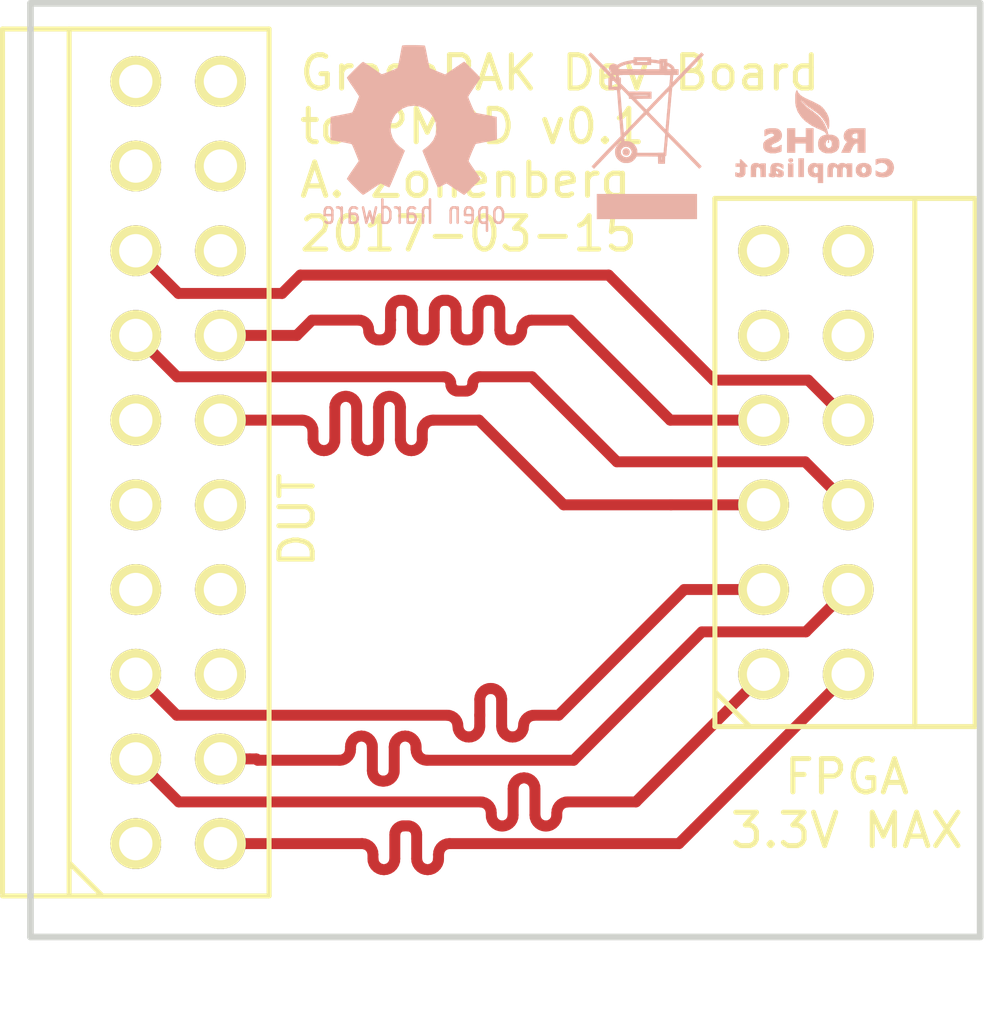
<source format=kicad_pcb>
(kicad_pcb (version 20170123) (host pcbnew "(2017-03-12 revision 28a6ca1)-master")
  (layers (0 F.Cu signal) (1 In1.Cu signal) (2 In2.Cu signal) (31 B.Cu signal) (34 B.Paste user) (35 F.Paste user) (36 B.SilkS user) (37 F.SilkS user) (38 B.Mask user) (39 F.Mask user) (44 Edge.Cuts user))
  (net 0 "")
  (net 1 "Net-(J2-Pad6)")
  (net 2 "Net-(J2-Pad12)")
  (net 3 "Net-(J1-Pad8)")
  (net 4 "Net-(J1-Pad7)")
  (net 5 "Net-(J1-Pad6)")
  (net 6 "Net-(J1-Pad1)")
  (net 7 "Net-(J1-Pad9)")
  (net 8 "Net-(J1-Pad17)")
  (net 9 "Net-(J1-Pad19)")
  (net 10 "Net-(J1-Pad10)")
  (net 11 "Net-(J1-Pad16)")
  (net 12 "Net-(J1-Pad18)")
  (net 13 "Net-(J1-Pad20)")
  (net 14 /DQ2)
  (net 15 /DQ0)
  (net 16 /DQ1)
  (net 17 /DQ3)
  (net 18 /DQ7)
  (net 19 /DQ5)
  (net 20 /DQ4)
  (net 21 /DQ6)
  (net 22 /GND)
  (module w_logo:Logo_silk_OSHW_6x6mm (layer B.Cu) (at 69.5 78 180)
    (fp_text reference G*** hide)
    (fp_text value LOGO hide)
  )
  (module w_logo:Logo_silk_WEEE_3.4x5mm (layer B.Cu) (at 76.5 78.5 180)
    (fp_text reference G*** hide)
    (fp_text value LOGO hide)
  )
  (module w_logo:Logo_silk_ROHS_5x2.8mm (layer B.Cu) (at 81.5 78.5 180)
    (fp_text reference G*** hide)
    (fp_text value LOGO hide)
  )
  (module azonenberg_pcb:CONN_HEADER_2.54MM_2x10_RA_FEMALE (layer F.Cu) (at 62.43 88.27 270)
    (fp_text reference J1 hide)
    (fp_text value GREENPAK_DEVKIT_HDR)
    (pad 8 thru_hole circle (at 3.81 -1.27 270) (size 1.524 1.524) (drill 1) (layers *.Cu *.Mask F.SilkS) (net 3 "Net-(J1-Pad8)"))
    (pad 7 thru_hole circle (at 3.81 1.27 270) (size 1.524 1.524) (drill 1) (layers *.Cu *.Mask F.SilkS) (net 4 "Net-(J1-Pad7)"))
    (pad 6 thru_hole circle (at 6.35 -1.27 270) (size 1.524 1.524) (drill 1) (layers *.Cu *.Mask F.SilkS) (net 5 "Net-(J1-Pad6)"))
    (pad 4 thru_hole circle (at 8.89 -1.27 270) (size 1.524 1.524) (drill 1) (layers *.Cu *.Mask F.SilkS) (net 14 /DQ2))
    (pad 2 thru_hole circle (at 11.43 -1.27 270) (size 1.524 1.524) (drill 1) (layers *.Cu *.Mask F.SilkS) (net 15 /DQ0))
    (pad 1 thru_hole circle (at 11.43 1.27 270) (size 1.524 1.524) (drill 1) (layers *.Cu *.Mask F.SilkS) (net 6 "Net-(J1-Pad1)"))
    (pad 3 thru_hole circle (at 8.89 1.27 270) (size 1.524 1.524) (drill 1) (layers *.Cu *.Mask F.SilkS) (net 16 /DQ1))
    (pad 5 thru_hole circle (at 6.35 1.27 270) (size 1.524 1.524) (drill 1) (layers *.Cu *.Mask F.SilkS) (net 17 /DQ3))
    (pad 11 thru_hole circle (at -1.27 1.27 270) (size 1.524 1.524) (drill 1) (layers *.Cu *.Mask F.SilkS) (net 22 /GND))
    (pad 9 thru_hole circle (at 1.27 1.27 270) (size 1.524 1.524) (drill 1) (layers *.Cu *.Mask F.SilkS) (net 7 "Net-(J1-Pad9)"))
    (pad 15 thru_hole circle (at -6.35 1.27 270) (size 1.524 1.524) (drill 1) (layers *.Cu *.Mask F.SilkS) (net 18 /DQ7))
    (pad 13 thru_hole circle (at -3.81 1.27 270) (size 1.524 1.524) (drill 1) (layers *.Cu *.Mask F.SilkS) (net 19 /DQ5))
    (pad 17 thru_hole circle (at -8.89 1.27 270) (size 1.524 1.524) (drill 1) (layers *.Cu *.Mask F.SilkS) (net 8 "Net-(J1-Pad17)"))
    (pad 19 thru_hole circle (at -11.43 1.27 270) (size 1.524 1.524) (drill 1) (layers *.Cu *.Mask F.SilkS) (net 9 "Net-(J1-Pad19)"))
    (pad 10 thru_hole circle (at 1.27 -1.27 270) (size 1.524 1.524) (drill 1) (layers *.Cu *.Mask F.SilkS) (net 10 "Net-(J1-Pad10)"))
    (pad 12 thru_hole circle (at -1.27 -1.27 270) (size 1.524 1.524) (drill 1) (layers *.Cu *.Mask F.SilkS) (net 20 /DQ4))
    (pad 14 thru_hole circle (at -3.81 -1.27 270) (size 1.524 1.524) (drill 1) (layers *.Cu *.Mask F.SilkS) (net 21 /DQ6))
    (pad 16 thru_hole circle (at -6.35 -1.27 270) (size 1.524 1.524) (drill 1) (layers *.Cu *.Mask F.SilkS) (net 11 "Net-(J1-Pad16)"))
    (pad 18 thru_hole circle (at -8.89 -1.27 270) (size 1.524 1.524) (drill 1) (layers *.Cu *.Mask F.SilkS) (net 12 "Net-(J1-Pad18)"))
    (pad 20 thru_hole circle (at -11.43 -1.27 270) (size 1.524 1.524) (drill 1) (layers *.Cu *.Mask F.SilkS) (net 13 "Net-(J1-Pad20)"))
  )
  (module azonenberg_pcb:CONN_HEADER_2.54MM_2x6_RA_PMOD_MODULE (layer F.Cu) (at 81.27 88.27 90)
    (fp_text reference J2 hide)
    (fp_text value PMOD_DEVICE_DIFF_PWRIN)
    (pad 3 thru_hole circle (at -1.27 -1.27 90) (size 1.524 1.524) (drill 1) (layers *.Cu *.Mask F.SilkS) (net 20 /DQ4))
    (pad 9 thru_hole circle (at -1.27 1.27 90) (size 1.524 1.524) (drill 1) (layers *.Cu *.Mask F.SilkS) (net 19 /DQ5))
    (pad 4 thru_hole circle (at 1.27 -1.27 90) (size 1.524 1.524) (drill 1) (layers *.Cu *.Mask F.SilkS) (net 21 /DQ6))
    (pad 5 thru_hole circle (at 3.81 -1.27 90) (size 1.524 1.524) (drill 1) (layers *.Cu *.Mask F.SilkS) (net 22 /GND))
    (pad 6 thru_hole circle (at 6.35 -1.27 90) (size 1.524 1.524) (drill 1) (layers *.Cu *.Mask F.SilkS) (net 1 "Net-(J2-Pad6)"))
    (pad 12 thru_hole circle (at 6.35 1.27 90) (size 1.524 1.524) (drill 1) (layers *.Cu *.Mask F.SilkS) (net 2 "Net-(J2-Pad12)"))
    (pad 11 thru_hole circle (at 3.81 1.27 90) (size 1.524 1.524) (drill 1) (layers *.Cu *.Mask F.SilkS) (net 22 /GND))
    (pad 10 thru_hole circle (at 1.27 1.27 90) (size 1.524 1.524) (drill 1) (layers *.Cu *.Mask F.SilkS) (net 18 /DQ7))
    (pad 7 thru_hole circle (at -6.35 1.27 90) (size 1.524 1.524) (drill 1) (layers *.Cu *.Mask F.SilkS) (net 15 /DQ0))
    (pad 8 thru_hole circle (at -3.81 1.27 90) (size 1.524 1.524) (drill 1) (layers *.Cu *.Mask F.SilkS) (net 14 /DQ2))
    (pad 2 thru_hole circle (at -3.81 -1.27 90) (size 1.524 1.524) (drill 1) (layers *.Cu *.Mask F.SilkS) (net 17 /DQ3))
    (pad 1 thru_hole circle (at -6.35 -1.27 90) (size 1.524 1.524) (drill 1) (layers *.Cu *.Mask F.SilkS) (net 16 /DQ1))
  )
  (gr_text "GreenPAK Dev Board\nto PMOD v0.1\nA. Zonenberg\n2017-03-15" (at 66 79) (layer F.SilkS) (effects (font (size 1 1)) (justify left)))
  (gr_text "FPGA\n3.3V MAX" (at 82.5 98.5) (layer F.SilkS) (effects (font (size 1 1))))
  (gr_text DUT (at 66 90 90) (layer F.SilkS) (effects (font (size 1 1))))
  (gr_line (start 86.5 102.5) (end 86.5 74.5) (layer Edge.Cuts) (width 0.2))
  (gr_line (start 58 74.5) (end 86.5 74.5) (layer Edge.Cuts) (width 0.2))
  (gr_line (start 58 102.5) (end 58 74.5) (layer Edge.Cuts) (width 0.2))
  (gr_line (start 86.5 102.5) (end 58 102.5) (layer Edge.Cuts) (width 0.2))
  (segment (start 82.54 92.08) (end 81.27 93.35) (width 0.328) (layer F.Cu) (net 14))
  (segment (start 69.827013 97.191776) (end 69.757686 97.167517) (width 0.328) (layer F.Cu) (net 14))
  (segment (start 69.171013 96.48196) (end 69.101686 96.506219) (width 0.328) (layer F.Cu) (net 14))
  (segment (start 64.77763 97.16) (end 64.581273 97.16) (width 0.328) (layer F.Cu) (net 14))
  (segment (start 69.50044 96.597232) (end 69.448504 96.545296) (width 0.328) (layer F.Cu) (net 14))
  (segment (start 81.27 93.35) (end 78.15 93.35) (width 0.328) (layer F.Cu) (net 14))
  (segment (start 69.039495 96.545296) (end 68.987559 96.597232) (width 0.328) (layer F.Cu) (net 14))
  (segment (start 69.9 97.2) (end 69.827013 97.191776) (width 0.328) (layer F.Cu) (net 14))
  (segment (start 67.571517 97.014313) (end 67.53244 97.076504) (width 0.328) (layer F.Cu) (net 14))
  (segment (start 78.15 93.35) (end 74.3 97.2) (width 0.328) (layer F.Cu) (net 14))
  (segment (start 69.539517 96.659423) (end 69.50044 96.597232) (width 0.328) (layer F.Cu) (net 14))
  (segment (start 74.3 97.2) (end 69.9 97.2) (width 0.328) (layer F.Cu) (net 14))
  (segment (start 69.757686 97.167517) (end 69.695495 97.12844) (width 0.328) (layer F.Cu) (net 14))
  (segment (start 68.291009 97.648995) (end 68.26785 97.582811) (width 0.328) (layer F.Cu) (net 14))
  (segment (start 64.81763 97.2) (end 64.77763 97.16) (width 0.328) (layer F.Cu) (net 14))
  (segment (start 69.695495 97.12844) (end 69.643559 97.076504) (width 0.328) (layer F.Cu) (net 14))
  (segment (start 68.573131 97.826263) (end 68.503452 97.818413) (width 0.328) (layer F.Cu) (net 14))
  (segment (start 69.580223 96.944986) (end 69.572 96.872) (width 0.328) (layer F.Cu) (net 14))
  (segment (start 69.643559 97.076504) (end 69.604482 97.014313) (width 0.328) (layer F.Cu) (net 14))
  (segment (start 68.26785 97.582811) (end 68.26 97.513132) (width 0.328) (layer F.Cu) (net 14))
  (segment (start 68.987559 96.597232) (end 68.948482 96.659423) (width 0.328) (layer F.Cu) (net 14))
  (segment (start 68.18844 96.597232) (end 68.136504 96.545296) (width 0.328) (layer F.Cu) (net 14))
  (segment (start 68.377897 97.757948) (end 68.328315 97.708366) (width 0.328) (layer F.Cu) (net 14))
  (segment (start 69.572 96.872) (end 69.572 96.801737) (width 0.328) (layer F.Cu) (net 14))
  (segment (start 68.004986 96.48196) (end 67.932 96.473737) (width 0.328) (layer F.Cu) (net 14))
  (segment (start 69.604482 97.014313) (end 69.580223 96.944986) (width 0.328) (layer F.Cu) (net 14))
  (segment (start 69.572 96.801737) (end 69.563776 96.72875) (width 0.328) (layer F.Cu) (net 14))
  (segment (start 69.563776 96.72875) (end 69.539517 96.659423) (width 0.328) (layer F.Cu) (net 14))
  (segment (start 69.448504 96.545296) (end 69.386313 96.506219) (width 0.328) (layer F.Cu) (net 14))
  (segment (start 68.908149 97.582811) (end 68.88499 97.648995) (width 0.328) (layer F.Cu) (net 14))
  (segment (start 67.859013 96.48196) (end 67.789686 96.506219) (width 0.328) (layer F.Cu) (net 14))
  (segment (start 69.386313 96.506219) (end 69.316986 96.48196) (width 0.328) (layer F.Cu) (net 14))
  (segment (start 69.316986 96.48196) (end 69.244 96.473737) (width 0.328) (layer F.Cu) (net 14))
  (segment (start 68.798102 97.757948) (end 68.738731 97.795254) (width 0.328) (layer F.Cu) (net 14))
  (segment (start 69.244 96.473737) (end 69.171013 96.48196) (width 0.328) (layer F.Cu) (net 14))
  (segment (start 67.604 96.801737) (end 67.604 96.872) (width 0.328) (layer F.Cu) (net 14))
  (segment (start 69.101686 96.506219) (end 69.039495 96.545296) (width 0.328) (layer F.Cu) (net 14))
  (segment (start 68.948482 96.659423) (end 68.924223 96.72875) (width 0.328) (layer F.Cu) (net 14))
  (segment (start 68.924223 96.72875) (end 68.916 96.801737) (width 0.328) (layer F.Cu) (net 14))
  (segment (start 68.88499 97.648995) (end 68.847684 97.708366) (width 0.328) (layer F.Cu) (net 14))
  (segment (start 67.789686 96.506219) (end 67.727495 96.545296) (width 0.328) (layer F.Cu) (net 14))
  (segment (start 68.916 96.801737) (end 68.916 97.513132) (width 0.328) (layer F.Cu) (net 14))
  (segment (start 68.847684 97.708366) (end 68.798102 97.757948) (width 0.328) (layer F.Cu) (net 14))
  (segment (start 68.328315 97.708366) (end 68.291009 97.648995) (width 0.328) (layer F.Cu) (net 14))
  (segment (start 68.672547 97.818413) (end 68.602869 97.826263) (width 0.328) (layer F.Cu) (net 14))
  (segment (start 68.916 97.513132) (end 68.908149 97.582811) (width 0.328) (layer F.Cu) (net 14))
  (segment (start 67.675559 96.597232) (end 67.636482 96.659423) (width 0.328) (layer F.Cu) (net 14))
  (segment (start 67.932 96.473737) (end 67.859013 96.48196) (width 0.328) (layer F.Cu) (net 14))
  (segment (start 68.738731 97.795254) (end 68.672547 97.818413) (width 0.328) (layer F.Cu) (net 14))
  (segment (start 67.612223 96.72875) (end 67.604 96.801737) (width 0.328) (layer F.Cu) (net 14))
  (segment (start 68.074313 96.506219) (end 68.004986 96.48196) (width 0.328) (layer F.Cu) (net 14))
  (segment (start 68.602869 97.826263) (end 68.573131 97.826263) (width 0.328) (layer F.Cu) (net 14))
  (segment (start 68.503452 97.818413) (end 68.437268 97.795254) (width 0.328) (layer F.Cu) (net 14))
  (segment (start 67.636482 96.659423) (end 67.612223 96.72875) (width 0.328) (layer F.Cu) (net 14))
  (segment (start 68.437268 97.795254) (end 68.377897 97.757948) (width 0.328) (layer F.Cu) (net 14))
  (segment (start 68.26 97.513132) (end 68.26 96.801737) (width 0.328) (layer F.Cu) (net 14))
  (segment (start 68.26 96.801737) (end 68.251776 96.72875) (width 0.328) (layer F.Cu) (net 14))
  (segment (start 68.251776 96.72875) (end 68.227517 96.659423) (width 0.328) (layer F.Cu) (net 14))
  (segment (start 68.227517 96.659423) (end 68.18844 96.597232) (width 0.328) (layer F.Cu) (net 14))
  (segment (start 68.136504 96.545296) (end 68.074313 96.506219) (width 0.328) (layer F.Cu) (net 14))
  (segment (start 67.727495 96.545296) (end 67.675559 96.597232) (width 0.328) (layer F.Cu) (net 14))
  (segment (start 67.604 96.872) (end 67.595776 96.944986) (width 0.328) (layer F.Cu) (net 14))
  (segment (start 67.595776 96.944986) (end 67.571517 97.014313) (width 0.328) (layer F.Cu) (net 14))
  (segment (start 67.53244 97.076504) (end 67.480504 97.12844) (width 0.328) (layer F.Cu) (net 14))
  (segment (start 67.480504 97.12844) (end 67.418313 97.167517) (width 0.328) (layer F.Cu) (net 14))
  (segment (start 67.418313 97.167517) (end 67.348986 97.191776) (width 0.328) (layer F.Cu) (net 14))
  (segment (start 67.348986 97.191776) (end 67.276 97.2) (width 0.328) (layer F.Cu) (net 14))
  (segment (start 67.276 97.2) (end 64.81763 97.2) (width 0.328) (layer F.Cu) (net 14))
  (segment (start 64.581273 97.16) (end 63.7 97.16) (width 0.328) (layer F.Cu) (net 14))
  (segment (start 68.022986 99.708223) (end 68.092313 99.732482) (width 0.328) (layer F.Cu) (net 15))
  (segment (start 63.7 99.7) (end 67.95 99.7) (width 0.328) (layer F.Cu) (net 15))
  (segment (start 67.95 99.7) (end 68.022986 99.708223) (width 0.328) (layer F.Cu) (net 15))
  (segment (start 68.286223 100.226773) (end 68.310482 100.2961) (width 0.328) (layer F.Cu) (net 15))
  (segment (start 68.092313 99.732482) (end 68.154504 99.771559) (width 0.328) (layer F.Cu) (net 15))
  (segment (start 69.775686 100.449304) (end 69.845013 100.473563) (width 0.328) (layer F.Cu) (net 15))
  (segment (start 68.992009 99.268325) (end 69.034111 99.226223) (width 0.328) (layer F.Cu) (net 15))
  (segment (start 70.317559 99.823495) (end 70.369495 99.771559) (width 0.328) (layer F.Cu) (net 15))
  (segment (start 69.845013 100.473563) (end 69.918 100.481787) (width 0.328) (layer F.Cu) (net 15))
  (segment (start 68.154504 99.771559) (end 68.20644 99.823495) (width 0.328) (layer F.Cu) (net 15))
  (segment (start 68.245517 99.885686) (end 68.269776 99.955013) (width 0.328) (layer F.Cu) (net 15))
  (segment (start 68.810504 100.410227) (end 68.86244 100.358291) (width 0.328) (layer F.Cu) (net 15))
  (segment (start 69.439473 99.194545) (end 69.489888 99.226223) (width 0.328) (layer F.Cu) (net 15))
  (segment (start 68.310482 100.2961) (end 68.349559 100.358291) (width 0.328) (layer F.Cu) (net 15))
  (segment (start 68.20644 99.823495) (end 68.245517 99.885686) (width 0.328) (layer F.Cu) (net 15))
  (segment (start 68.940666 99.37494) (end 68.960331 99.31874) (width 0.328) (layer F.Cu) (net 15))
  (segment (start 69.918 100.481787) (end 69.990986 100.473563) (width 0.328) (layer F.Cu) (net 15))
  (segment (start 68.269776 99.955013) (end 68.278 100.028) (width 0.328) (layer F.Cu) (net 15))
  (segment (start 68.463686 100.449304) (end 68.533013 100.473563) (width 0.328) (layer F.Cu) (net 15))
  (segment (start 69.084526 99.194545) (end 69.140726 99.17488) (width 0.328) (layer F.Cu) (net 15))
  (segment (start 70.246 100.028) (end 70.254223 99.955013) (width 0.328) (layer F.Cu) (net 15))
  (segment (start 68.278 100.028) (end 68.278 100.153787) (width 0.328) (layer F.Cu) (net 15))
  (segment (start 68.278 100.153787) (end 68.286223 100.226773) (width 0.328) (layer F.Cu) (net 15))
  (segment (start 68.925776 100.226773) (end 68.934 100.153787) (width 0.328) (layer F.Cu) (net 15))
  (segment (start 77.46 99.7) (end 77.914696 99.245304) (width 0.328) (layer F.Cu) (net 15))
  (segment (start 68.934 100.153787) (end 68.934 99.434106) (width 0.328) (layer F.Cu) (net 15))
  (segment (start 68.349559 100.358291) (end 68.401495 100.410227) (width 0.328) (layer F.Cu) (net 15))
  (segment (start 68.606 100.481787) (end 68.678986 100.473563) (width 0.328) (layer F.Cu) (net 15))
  (segment (start 68.748313 100.449304) (end 68.810504 100.410227) (width 0.328) (layer F.Cu) (net 15))
  (segment (start 68.401495 100.410227) (end 68.463686 100.449304) (width 0.328) (layer F.Cu) (net 15))
  (segment (start 68.533013 100.473563) (end 68.606 100.481787) (width 0.328) (layer F.Cu) (net 15))
  (segment (start 69.034111 99.226223) (end 69.084526 99.194545) (width 0.328) (layer F.Cu) (net 15))
  (segment (start 69.598223 100.226773) (end 69.622482 100.2961) (width 0.328) (layer F.Cu) (net 15))
  (segment (start 68.678986 100.473563) (end 68.748313 100.449304) (width 0.328) (layer F.Cu) (net 15))
  (segment (start 68.86244 100.358291) (end 68.901517 100.2961) (width 0.328) (layer F.Cu) (net 15))
  (segment (start 69.583333 99.37494) (end 69.59 99.434106) (width 0.328) (layer F.Cu) (net 15))
  (segment (start 69.140726 99.17488) (end 69.199893 99.168213) (width 0.328) (layer F.Cu) (net 15))
  (segment (start 68.901517 100.2961) (end 68.925776 100.226773) (width 0.328) (layer F.Cu) (net 15))
  (segment (start 70.278482 99.885686) (end 70.317559 99.823495) (width 0.328) (layer F.Cu) (net 15))
  (segment (start 68.934 99.434106) (end 68.940666 99.37494) (width 0.328) (layer F.Cu) (net 15))
  (segment (start 68.960331 99.31874) (end 68.992009 99.268325) (width 0.328) (layer F.Cu) (net 15))
  (segment (start 69.622482 100.2961) (end 69.661559 100.358291) (width 0.328) (layer F.Cu) (net 15))
  (segment (start 69.199893 99.168213) (end 69.324107 99.168213) (width 0.328) (layer F.Cu) (net 15))
  (segment (start 70.574 99.7) (end 77.46 99.7) (width 0.328) (layer F.Cu) (net 15))
  (segment (start 69.563668 99.31874) (end 69.583333 99.37494) (width 0.328) (layer F.Cu) (net 15))
  (segment (start 69.324107 99.168213) (end 69.383273 99.17488) (width 0.328) (layer F.Cu) (net 15))
  (segment (start 69.383273 99.17488) (end 69.439473 99.194545) (width 0.328) (layer F.Cu) (net 15))
  (segment (start 69.489888 99.226223) (end 69.53199 99.268325) (width 0.328) (layer F.Cu) (net 15))
  (segment (start 70.501013 99.708223) (end 70.574 99.7) (width 0.328) (layer F.Cu) (net 15))
  (segment (start 69.53199 99.268325) (end 69.563668 99.31874) (width 0.328) (layer F.Cu) (net 15))
  (segment (start 69.59 100.153787) (end 69.598223 100.226773) (width 0.328) (layer F.Cu) (net 15))
  (segment (start 69.59 99.434106) (end 69.59 100.153787) (width 0.328) (layer F.Cu) (net 15))
  (segment (start 69.661559 100.358291) (end 69.713495 100.410227) (width 0.328) (layer F.Cu) (net 15))
  (segment (start 69.990986 100.473563) (end 70.060313 100.449304) (width 0.328) (layer F.Cu) (net 15))
  (segment (start 69.713495 100.410227) (end 69.775686 100.449304) (width 0.328) (layer F.Cu) (net 15))
  (segment (start 70.060313 100.449304) (end 70.122504 100.410227) (width 0.328) (layer F.Cu) (net 15))
  (segment (start 70.122504 100.410227) (end 70.17444 100.358291) (width 0.328) (layer F.Cu) (net 15))
  (segment (start 70.17444 100.358291) (end 70.213517 100.2961) (width 0.328) (layer F.Cu) (net 15))
  (segment (start 70.213517 100.2961) (end 70.237776 100.226773) (width 0.328) (layer F.Cu) (net 15))
  (segment (start 70.237776 100.226773) (end 70.246 100.153787) (width 0.328) (layer F.Cu) (net 15))
  (segment (start 70.246 100.153787) (end 70.246 100.028) (width 0.328) (layer F.Cu) (net 15))
  (segment (start 70.254223 99.955013) (end 70.278482 99.885686) (width 0.328) (layer F.Cu) (net 15))
  (segment (start 70.369495 99.771559) (end 70.431686 99.732482) (width 0.328) (layer F.Cu) (net 15))
  (segment (start 70.431686 99.732482) (end 70.501013 99.708223) (width 0.328) (layer F.Cu) (net 15))
  (segment (start 77.914696 99.245304) (end 82.54 94.62) (width 0.328) (layer F.Cu) (net 15))
  (segment (start 73.610313 99.140686) (end 73.672504 99.101609) (width 0.328) (layer F.Cu) (net 16))
  (segment (start 61.16 97.16) (end 62.45 98.45) (width 0.328) (layer F.Cu) (net 16))
  (segment (start 71.819776 98.705013) (end 71.828 98.778) (width 0.328) (layer F.Cu) (net 16))
  (segment (start 71.828 98.845169) (end 71.836223 98.918155) (width 0.328) (layer F.Cu) (net 16))
  (segment (start 62.45 98.45) (end 71.5 98.45) (width 0.328) (layer F.Cu) (net 16))
  (segment (start 71.5 98.45) (end 71.572986 98.458223) (width 0.328) (layer F.Cu) (net 16))
  (segment (start 72.013686 99.140686) (end 72.083013 99.164945) (width 0.328) (layer F.Cu) (net 16))
  (segment (start 71.572986 98.458223) (end 71.642313 98.482482) (width 0.328) (layer F.Cu) (net 16))
  (segment (start 71.75644 98.573495) (end 71.795517 98.635686) (width 0.328) (layer F.Cu) (net 16))
  (segment (start 72.492223 97.981845) (end 72.516482 97.912518) (width 0.328) (layer F.Cu) (net 16))
  (segment (start 73.867559 98.573495) (end 73.919495 98.521559) (width 0.328) (layer F.Cu) (net 16))
  (segment (start 73.468 99.173169) (end 73.540986 99.164945) (width 0.328) (layer F.Cu) (net 16))
  (segment (start 72.607495 97.798391) (end 72.669686 97.759314) (width 0.328) (layer F.Cu) (net 16))
  (segment (start 71.828 98.778) (end 71.828 98.845169) (width 0.328) (layer F.Cu) (net 16))
  (segment (start 73.796 98.778) (end 73.804223 98.705013) (width 0.328) (layer F.Cu) (net 16))
  (segment (start 71.836223 98.918155) (end 71.860482 98.987482) (width 0.328) (layer F.Cu) (net 16))
  (segment (start 71.642313 98.482482) (end 71.704504 98.521559) (width 0.328) (layer F.Cu) (net 16))
  (segment (start 71.704504 98.521559) (end 71.75644 98.573495) (width 0.328) (layer F.Cu) (net 16))
  (segment (start 72.954313 97.759314) (end 73.016504 97.798391) (width 0.328) (layer F.Cu) (net 16))
  (segment (start 71.795517 98.635686) (end 71.819776 98.705013) (width 0.328) (layer F.Cu) (net 16))
  (segment (start 76.17 98.45) (end 79.60199 95.01801) (width 0.328) (layer F.Cu) (net 16))
  (segment (start 73.72444 99.049673) (end 73.763517 98.987482) (width 0.328) (layer F.Cu) (net 16))
  (segment (start 71.860482 98.987482) (end 71.899559 99.049673) (width 0.328) (layer F.Cu) (net 16))
  (segment (start 72.739013 97.735055) (end 72.812 97.726831) (width 0.328) (layer F.Cu) (net 16))
  (segment (start 71.951495 99.101609) (end 72.013686 99.140686) (width 0.328) (layer F.Cu) (net 16))
  (segment (start 71.899559 99.049673) (end 71.951495 99.101609) (width 0.328) (layer F.Cu) (net 16))
  (segment (start 72.156 99.173169) (end 72.228986 99.164945) (width 0.328) (layer F.Cu) (net 16))
  (segment (start 73.107517 97.912518) (end 73.131776 97.981845) (width 0.328) (layer F.Cu) (net 16))
  (segment (start 72.083013 99.164945) (end 72.156 99.173169) (width 0.328) (layer F.Cu) (net 16))
  (segment (start 79.60199 95.01801) (end 80 95.01801) (width 0.328) (layer F.Cu) (net 16))
  (segment (start 72.228986 99.164945) (end 72.298313 99.140686) (width 0.328) (layer F.Cu) (net 16))
  (segment (start 72.298313 99.140686) (end 72.360504 99.101609) (width 0.328) (layer F.Cu) (net 16))
  (segment (start 72.360504 99.101609) (end 72.41244 99.049673) (width 0.328) (layer F.Cu) (net 16))
  (segment (start 72.41244 99.049673) (end 72.451517 98.987482) (width 0.328) (layer F.Cu) (net 16))
  (segment (start 72.484 98.054831) (end 72.492223 97.981845) (width 0.328) (layer F.Cu) (net 16))
  (segment (start 72.451517 98.987482) (end 72.475776 98.918155) (width 0.328) (layer F.Cu) (net 16))
  (segment (start 72.475776 98.918155) (end 72.484 98.845169) (width 0.328) (layer F.Cu) (net 16))
  (segment (start 73.14 98.845169) (end 73.148223 98.918155) (width 0.328) (layer F.Cu) (net 16))
  (segment (start 73.540986 99.164945) (end 73.610313 99.140686) (width 0.328) (layer F.Cu) (net 16))
  (segment (start 72.484 98.845169) (end 72.484 98.054831) (width 0.328) (layer F.Cu) (net 16))
  (segment (start 72.516482 97.912518) (end 72.555559 97.850327) (width 0.328) (layer F.Cu) (net 16))
  (segment (start 73.981686 98.482482) (end 74.051013 98.458223) (width 0.328) (layer F.Cu) (net 16))
  (segment (start 72.555559 97.850327) (end 72.607495 97.798391) (width 0.328) (layer F.Cu) (net 16))
  (segment (start 72.669686 97.759314) (end 72.739013 97.735055) (width 0.328) (layer F.Cu) (net 16))
  (segment (start 72.884986 97.735055) (end 72.954313 97.759314) (width 0.328) (layer F.Cu) (net 16))
  (segment (start 72.812 97.726831) (end 72.884986 97.735055) (width 0.328) (layer F.Cu) (net 16))
  (segment (start 73.016504 97.798391) (end 73.06844 97.850327) (width 0.328) (layer F.Cu) (net 16))
  (segment (start 73.06844 97.850327) (end 73.107517 97.912518) (width 0.328) (layer F.Cu) (net 16))
  (segment (start 73.131776 97.981845) (end 73.14 98.054831) (width 0.328) (layer F.Cu) (net 16))
  (segment (start 73.14 98.054831) (end 73.14 98.845169) (width 0.328) (layer F.Cu) (net 16))
  (segment (start 73.148223 98.918155) (end 73.172482 98.987482) (width 0.328) (layer F.Cu) (net 16))
  (segment (start 73.172482 98.987482) (end 73.211559 99.049673) (width 0.328) (layer F.Cu) (net 16))
  (segment (start 73.325686 99.140686) (end 73.395013 99.164945) (width 0.328) (layer F.Cu) (net 16))
  (segment (start 73.211559 99.049673) (end 73.263495 99.101609) (width 0.328) (layer F.Cu) (net 16))
  (segment (start 73.263495 99.101609) (end 73.325686 99.140686) (width 0.328) (layer F.Cu) (net 16))
  (segment (start 74.051013 98.458223) (end 74.124 98.45) (width 0.328) (layer F.Cu) (net 16))
  (segment (start 73.672504 99.101609) (end 73.72444 99.049673) (width 0.328) (layer F.Cu) (net 16))
  (segment (start 73.395013 99.164945) (end 73.468 99.173169) (width 0.328) (layer F.Cu) (net 16))
  (segment (start 73.828482 98.635686) (end 73.867559 98.573495) (width 0.328) (layer F.Cu) (net 16))
  (segment (start 73.763517 98.987482) (end 73.787776 98.918155) (width 0.328) (layer F.Cu) (net 16))
  (segment (start 73.787776 98.918155) (end 73.796 98.845169) (width 0.328) (layer F.Cu) (net 16))
  (segment (start 73.796 98.845169) (end 73.796 98.778) (width 0.328) (layer F.Cu) (net 16))
  (segment (start 73.804223 98.705013) (end 73.828482 98.635686) (width 0.328) (layer F.Cu) (net 16))
  (segment (start 73.919495 98.521559) (end 73.981686 98.482482) (width 0.328) (layer F.Cu) (net 16))
  (segment (start 74.124 98.45) (end 76.17 98.45) (width 0.328) (layer F.Cu) (net 16))
  (segment (start 79.733279 94.54) (end 80 94.54) (width 0.328) (layer F.Cu) (net 16))
  (segment (start 61.16 94.62) (end 62.39 95.85) (width 0.328) (layer F.Cu) (net 17))
  (segment (start 71.484 95.85) (end 71.484 95.374024) (width 0.328) (layer F.Cu) (net 17))
  (segment (start 72.148198 96.249749) (end 72.172381 96.318862) (width 0.328) (layer F.Cu) (net 17))
  (segment (start 71.081214 96.495777) (end 71.153976 96.503976) (width 0.328) (layer F.Cu) (net 17))
  (segment (start 62.39 95.85) (end 70.5 95.85) (width 0.328) (layer F.Cu) (net 17))
  (segment (start 70.898326 96.380861) (end 70.950102 96.432637) (width 0.328) (layer F.Cu) (net 17))
  (segment (start 70.5 95.85) (end 70.572761 95.858198) (width 0.328) (layer F.Cu) (net 17))
  (segment (start 71.228761 96.495777) (end 71.297874 96.471594) (width 0.328) (layer F.Cu) (net 17))
  (segment (start 72.828381 96.035113) (end 72.867338 95.973114) (width 0.328) (layer F.Cu) (net 17))
  (segment (start 70.572761 95.858198) (end 70.641874 95.882381) (width 0.328) (layer F.Cu) (net 17))
  (segment (start 72.394226 96.495777) (end 72.466988 96.503976) (width 0.328) (layer F.Cu) (net 17))
  (segment (start 71.297874 96.471594) (end 71.359873 96.432637) (width 0.328) (layer F.Cu) (net 17))
  (segment (start 71.012101 96.471594) (end 71.081214 96.495777) (width 0.328) (layer F.Cu) (net 17))
  (segment (start 70.641874 95.882381) (end 70.703873 95.921338) (width 0.328) (layer F.Cu) (net 17))
  (segment (start 70.703873 95.921338) (end 70.755649 95.973114) (width 0.328) (layer F.Cu) (net 17))
  (segment (start 70.755649 95.973114) (end 70.794606 96.035113) (width 0.328) (layer F.Cu) (net 17))
  (segment (start 70.818789 96.104226) (end 70.835186 96.249749) (width 0.328) (layer F.Cu) (net 17))
  (segment (start 72.14 96.176988) (end 72.148198 96.249749) (width 0.328) (layer F.Cu) (net 17))
  (segment (start 70.794606 96.035113) (end 70.818789 96.104226) (width 0.328) (layer F.Cu) (net 17))
  (segment (start 72.763618 96.318862) (end 72.787801 96.249749) (width 0.328) (layer F.Cu) (net 17))
  (segment (start 72.724661 96.380861) (end 72.763618 96.318862) (width 0.328) (layer F.Cu) (net 17))
  (segment (start 70.835186 96.249749) (end 70.859369 96.318862) (width 0.328) (layer F.Cu) (net 17))
  (segment (start 71.153976 96.503976) (end 71.156 96.503976) (width 0.328) (layer F.Cu) (net 17))
  (segment (start 70.859369 96.318862) (end 70.898326 96.380861) (width 0.328) (layer F.Cu) (net 17))
  (segment (start 71.607495 95.117584) (end 71.669686 95.078507) (width 0.328) (layer F.Cu) (net 17))
  (segment (start 70.950102 96.432637) (end 71.012101 96.471594) (width 0.328) (layer F.Cu) (net 17))
  (segment (start 71.156 96.503976) (end 71.228761 96.495777) (width 0.328) (layer F.Cu) (net 17))
  (segment (start 71.812 95.046024) (end 71.884986 95.054248) (width 0.328) (layer F.Cu) (net 17))
  (segment (start 71.484 95.374024) (end 71.492223 95.301038) (width 0.328) (layer F.Cu) (net 17))
  (segment (start 72.466988 96.503976) (end 72.469012 96.503976) (width 0.328) (layer F.Cu) (net 17))
  (segment (start 72.172381 96.318862) (end 72.211338 96.380861) (width 0.328) (layer F.Cu) (net 17))
  (segment (start 71.359873 96.432637) (end 71.411649 96.380861) (width 0.328) (layer F.Cu) (net 17))
  (segment (start 72.263114 96.432637) (end 72.325113 96.471594) (width 0.328) (layer F.Cu) (net 17))
  (segment (start 71.492223 95.301038) (end 71.516482 95.231711) (width 0.328) (layer F.Cu) (net 17))
  (segment (start 71.411649 96.380861) (end 71.450606 96.318862) (width 0.328) (layer F.Cu) (net 17))
  (segment (start 71.450606 96.318862) (end 71.474789 96.249749) (width 0.328) (layer F.Cu) (net 17))
  (segment (start 72.610886 96.471594) (end 72.672885 96.432637) (width 0.328) (layer F.Cu) (net 17))
  (segment (start 71.516482 95.231711) (end 71.555559 95.16952) (width 0.328) (layer F.Cu) (net 17))
  (segment (start 71.474789 96.249749) (end 71.482988 96.176988) (width 0.328) (layer F.Cu) (net 17))
  (segment (start 72.469012 96.503976) (end 72.541773 96.495777) (width 0.328) (layer F.Cu) (net 17))
  (segment (start 71.482988 96.176988) (end 71.482988 95.85) (width 0.328) (layer F.Cu) (net 17))
  (segment (start 71.482988 95.85) (end 71.484 95.85) (width 0.328) (layer F.Cu) (net 17))
  (segment (start 71.669686 95.078507) (end 71.739013 95.054248) (width 0.328) (layer F.Cu) (net 17))
  (segment (start 71.555559 95.16952) (end 71.607495 95.117584) (width 0.328) (layer F.Cu) (net 17))
  (segment (start 72.672885 96.432637) (end 72.724661 96.380861) (width 0.328) (layer F.Cu) (net 17))
  (segment (start 71.739013 95.054248) (end 71.812 95.046024) (width 0.328) (layer F.Cu) (net 17))
  (segment (start 71.884986 95.054248) (end 71.954313 95.078507) (width 0.328) (layer F.Cu) (net 17))
  (segment (start 71.954313 95.078507) (end 72.016504 95.117584) (width 0.328) (layer F.Cu) (net 17))
  (segment (start 72.016504 95.117584) (end 72.06844 95.16952) (width 0.328) (layer F.Cu) (net 17))
  (segment (start 72.06844 95.16952) (end 72.107517 95.231711) (width 0.328) (layer F.Cu) (net 17))
  (segment (start 72.867338 95.973114) (end 72.919114 95.921338) (width 0.328) (layer F.Cu) (net 17))
  (segment (start 72.107517 95.231711) (end 72.131776 95.301038) (width 0.328) (layer F.Cu) (net 17))
  (segment (start 72.131776 95.301038) (end 72.14 95.374024) (width 0.328) (layer F.Cu) (net 17))
  (segment (start 72.14 95.374024) (end 72.14 96.176988) (width 0.328) (layer F.Cu) (net 17))
  (segment (start 72.211338 96.380861) (end 72.263114 96.432637) (width 0.328) (layer F.Cu) (net 17))
  (segment (start 72.541773 96.495777) (end 72.610886 96.471594) (width 0.328) (layer F.Cu) (net 17))
  (segment (start 72.325113 96.471594) (end 72.394226 96.495777) (width 0.328) (layer F.Cu) (net 17))
  (segment (start 72.919114 95.921338) (end 72.981113 95.882381) (width 0.328) (layer F.Cu) (net 17))
  (segment (start 72.787801 96.249749) (end 72.804198 96.104226) (width 0.328) (layer F.Cu) (net 17))
  (segment (start 72.804198 96.104226) (end 72.828381 96.035113) (width 0.328) (layer F.Cu) (net 17))
  (segment (start 72.981113 95.882381) (end 73.050226 95.858198) (width 0.328) (layer F.Cu) (net 17))
  (segment (start 73.050226 95.858198) (end 73.122988 95.85) (width 0.328) (layer F.Cu) (net 17))
  (segment (start 73.122988 95.85) (end 73.85 95.85) (width 0.328) (layer F.Cu) (net 17))
  (segment (start 73.85 95.85) (end 77.62 92.08) (width 0.328) (layer F.Cu) (net 17))
  (segment (start 77.62 92.08) (end 80 92.08) (width 0.328) (layer F.Cu) (net 17))
  (segment (start 61.16 81.92) (end 62.44 83.2) (width 0.328) (layer F.Cu) (net 18))
  (segment (start 62.44 83.2) (end 65.55 83.2) (width 0.328) (layer F.Cu) (net 18))
  (segment (start 65.55 83.2) (end 66.1 82.65) (width 0.328) (layer F.Cu) (net 18))
  (segment (start 75.35 82.65) (end 78.5 85.8) (width 0.328) (layer F.Cu) (net 18))
  (segment (start 66.1 82.65) (end 75.35 82.65) (width 0.328) (layer F.Cu) (net 18))
  (segment (start 78.5 85.8) (end 81.34 85.8) (width 0.328) (layer F.Cu) (net 18))
  (segment (start 81.34 85.8) (end 82.54 87) (width 0.328) (layer F.Cu) (net 18))
  (segment (start 71.149204 86.108355) (end 71.189934 86.082763) (width 0.328) (layer F.Cu) (net 19))
  (segment (start 61.16 84.46) (end 62.4 85.7) (width 0.328) (layer F.Cu) (net 19))
  (segment (start 62.4 85.7) (end 70.4 85.7) (width 0.328) (layer F.Cu) (net 19))
  (segment (start 75.6 88.25) (end 81.25 88.25) (width 0.328) (layer F.Cu) (net 19))
  (segment (start 71.265428 85.962615) (end 71.276199 85.867013) (width 0.328) (layer F.Cu) (net 19))
  (segment (start 70.4 85.7) (end 70.4478 85.705385) (width 0.328) (layer F.Cu) (net 19))
  (segment (start 70.4478 85.705385) (end 70.493204 85.721273) (width 0.328) (layer F.Cu) (net 19))
  (segment (start 70.493204 85.721273) (end 70.533934 85.746865) (width 0.328) (layer F.Cu) (net 19))
  (segment (start 70.609428 85.867013) (end 70.620199 85.962615) (width 0.328) (layer F.Cu) (net 19))
  (segment (start 71.189934 86.082763) (end 71.223948 86.048749) (width 0.328) (layer F.Cu) (net 19))
  (segment (start 71.056 86.129629) (end 71.1038 86.124243) (width 0.328) (layer F.Cu) (net 19))
  (segment (start 70.533934 85.746865) (end 70.567948 85.780879) (width 0.328) (layer F.Cu) (net 19))
  (segment (start 70.736423 86.108355) (end 70.781827 86.124243) (width 0.328) (layer F.Cu) (net 19))
  (segment (start 70.567948 85.780879) (end 70.59354 85.821609) (width 0.328) (layer F.Cu) (net 19))
  (segment (start 70.781827 86.124243) (end 70.829628 86.129629) (width 0.328) (layer F.Cu) (net 19))
  (segment (start 70.59354 85.821609) (end 70.609428 85.867013) (width 0.328) (layer F.Cu) (net 19))
  (segment (start 70.695693 86.082763) (end 70.736423 86.108355) (width 0.328) (layer F.Cu) (net 19))
  (segment (start 70.620199 85.962615) (end 70.636087 86.008019) (width 0.328) (layer F.Cu) (net 19))
  (segment (start 71.223948 86.048749) (end 71.24954 86.008019) (width 0.328) (layer F.Cu) (net 19))
  (segment (start 71.437827 85.705385) (end 71.485628 85.7) (width 0.328) (layer F.Cu) (net 19))
  (segment (start 70.636087 86.008019) (end 70.661679 86.048749) (width 0.328) (layer F.Cu) (net 19))
  (segment (start 70.661679 86.048749) (end 70.695693 86.082763) (width 0.328) (layer F.Cu) (net 19))
  (segment (start 70.829628 86.129629) (end 71.056 86.129629) (width 0.328) (layer F.Cu) (net 19))
  (segment (start 71.1038 86.124243) (end 71.149204 86.108355) (width 0.328) (layer F.Cu) (net 19))
  (segment (start 71.276199 85.867013) (end 71.292087 85.821609) (width 0.328) (layer F.Cu) (net 19))
  (segment (start 71.24954 86.008019) (end 71.265428 85.962615) (width 0.328) (layer F.Cu) (net 19))
  (segment (start 71.292087 85.821609) (end 71.317679 85.780879) (width 0.328) (layer F.Cu) (net 19))
  (segment (start 71.351693 85.746865) (end 71.392423 85.721273) (width 0.328) (layer F.Cu) (net 19))
  (segment (start 71.317679 85.780879) (end 71.351693 85.746865) (width 0.328) (layer F.Cu) (net 19))
  (segment (start 71.392423 85.721273) (end 71.437827 85.705385) (width 0.328) (layer F.Cu) (net 19))
  (segment (start 73.05 85.7) (end 75.6 88.25) (width 0.328) (layer F.Cu) (net 19))
  (segment (start 71.485628 85.7) (end 73.05 85.7) (width 0.328) (layer F.Cu) (net 19))
  (segment (start 81.25 88.25) (end 82.54 89.54) (width 0.328) (layer F.Cu) (net 19))
  (segment (start 63.7 87) (end 66.15 87) (width 0.328) (layer F.Cu) (net 20))
  (segment (start 66.354504 87.071559) (end 66.40644 87.123495) (width 0.328) (layer F.Cu) (net 20))
  (segment (start 68.569495 86.356531) (end 68.631686 86.317454) (width 0.328) (layer F.Cu) (net 20))
  (segment (start 67.666504 86.356531) (end 67.71844 86.408467) (width 0.328) (layer F.Cu) (net 20))
  (segment (start 67.101517 87.729342) (end 67.125776 87.660015) (width 0.328) (layer F.Cu) (net 20))
  (segment (start 67.71844 86.408467) (end 67.757517 86.470658) (width 0.328) (layer F.Cu) (net 20))
  (segment (start 66.478 87.328) (end 66.478 87.587029) (width 0.328) (layer F.Cu) (net 20))
  (segment (start 67.06244 87.791533) (end 67.101517 87.729342) (width 0.328) (layer F.Cu) (net 20))
  (segment (start 69.68644 87.791533) (end 69.725517 87.729342) (width 0.328) (layer F.Cu) (net 20))
  (segment (start 68.701013 86.293195) (end 68.774 86.284971) (width 0.328) (layer F.Cu) (net 20))
  (segment (start 66.15 87) (end 66.222986 87.008223) (width 0.328) (layer F.Cu) (net 20))
  (segment (start 69.943686 87.032482) (end 70.013013 87.008223) (width 0.328) (layer F.Cu) (net 20))
  (segment (start 66.40644 87.123495) (end 66.445517 87.185686) (width 0.328) (layer F.Cu) (net 20))
  (segment (start 70.086 87) (end 71.46 87) (width 0.328) (layer F.Cu) (net 20))
  (segment (start 66.222986 87.008223) (end 66.292313 87.032482) (width 0.328) (layer F.Cu) (net 20))
  (segment (start 69.173559 87.791533) (end 69.225495 87.843469) (width 0.328) (layer F.Cu) (net 20))
  (segment (start 67.125776 87.660015) (end 67.134 87.587029) (width 0.328) (layer F.Cu) (net 20))
  (segment (start 66.292313 87.032482) (end 66.354504 87.071559) (width 0.328) (layer F.Cu) (net 20))
  (segment (start 66.733013 87.906805) (end 66.806 87.915029) (width 0.328) (layer F.Cu) (net 20))
  (segment (start 66.948313 87.882546) (end 67.010504 87.843469) (width 0.328) (layer F.Cu) (net 20))
  (segment (start 69.881495 87.071559) (end 69.943686 87.032482) (width 0.328) (layer F.Cu) (net 20))
  (segment (start 68.260313 87.882546) (end 68.322504 87.843469) (width 0.328) (layer F.Cu) (net 20))
  (segment (start 66.445517 87.185686) (end 66.469776 87.255013) (width 0.328) (layer F.Cu) (net 20))
  (segment (start 69.725517 87.729342) (end 69.749776 87.660015) (width 0.328) (layer F.Cu) (net 20))
  (segment (start 68.846986 86.293195) (end 68.916313 86.317454) (width 0.328) (layer F.Cu) (net 20))
  (segment (start 67.79 87.587029) (end 67.798223 87.660015) (width 0.328) (layer F.Cu) (net 20))
  (segment (start 67.134 86.612971) (end 67.142223 86.539985) (width 0.328) (layer F.Cu) (net 20))
  (segment (start 68.631686 86.317454) (end 68.701013 86.293195) (width 0.328) (layer F.Cu) (net 20))
  (segment (start 69.069517 86.470658) (end 69.093776 86.539985) (width 0.328) (layer F.Cu) (net 20))
  (segment (start 66.510482 87.729342) (end 66.549559 87.791533) (width 0.328) (layer F.Cu) (net 20))
  (segment (start 66.806 87.915029) (end 66.878986 87.906805) (width 0.328) (layer F.Cu) (net 20))
  (segment (start 69.766223 87.255013) (end 69.790482 87.185686) (width 0.328) (layer F.Cu) (net 20))
  (segment (start 66.486223 87.660015) (end 66.510482 87.729342) (width 0.328) (layer F.Cu) (net 20))
  (segment (start 68.446 86.612971) (end 68.454223 86.539985) (width 0.328) (layer F.Cu) (net 20))
  (segment (start 67.798223 87.660015) (end 67.822482 87.729342) (width 0.328) (layer F.Cu) (net 20))
  (segment (start 67.913495 87.843469) (end 67.975686 87.882546) (width 0.328) (layer F.Cu) (net 20))
  (segment (start 67.757517 86.470658) (end 67.781776 86.539985) (width 0.328) (layer F.Cu) (net 20))
  (segment (start 66.549559 87.791533) (end 66.601495 87.843469) (width 0.328) (layer F.Cu) (net 20))
  (segment (start 69.102 87.587029) (end 69.110223 87.660015) (width 0.328) (layer F.Cu) (net 20))
  (segment (start 66.469776 87.255013) (end 66.478 87.328) (width 0.328) (layer F.Cu) (net 20))
  (segment (start 69.110223 87.660015) (end 69.134482 87.729342) (width 0.328) (layer F.Cu) (net 20))
  (segment (start 66.478 87.587029) (end 66.486223 87.660015) (width 0.328) (layer F.Cu) (net 20))
  (segment (start 67.257495 86.356531) (end 67.319686 86.317454) (width 0.328) (layer F.Cu) (net 20))
  (segment (start 66.601495 87.843469) (end 66.663686 87.882546) (width 0.328) (layer F.Cu) (net 20))
  (segment (start 67.389013 86.293195) (end 67.462 86.284971) (width 0.328) (layer F.Cu) (net 20))
  (segment (start 68.045013 87.906805) (end 68.118 87.915029) (width 0.328) (layer F.Cu) (net 20))
  (segment (start 66.663686 87.882546) (end 66.733013 87.906805) (width 0.328) (layer F.Cu) (net 20))
  (segment (start 69.357013 87.906805) (end 69.43 87.915029) (width 0.328) (layer F.Cu) (net 20))
  (segment (start 67.142223 86.539985) (end 67.166482 86.470658) (width 0.328) (layer F.Cu) (net 20))
  (segment (start 66.878986 87.906805) (end 66.948313 87.882546) (width 0.328) (layer F.Cu) (net 20))
  (segment (start 69.225495 87.843469) (end 69.287686 87.882546) (width 0.328) (layer F.Cu) (net 20))
  (segment (start 67.010504 87.843469) (end 67.06244 87.791533) (width 0.328) (layer F.Cu) (net 20))
  (segment (start 67.822482 87.729342) (end 67.861559 87.791533) (width 0.328) (layer F.Cu) (net 20))
  (segment (start 67.134 87.587029) (end 67.134 86.612971) (width 0.328) (layer F.Cu) (net 20))
  (segment (start 67.861559 87.791533) (end 67.913495 87.843469) (width 0.328) (layer F.Cu) (net 20))
  (segment (start 67.166482 86.470658) (end 67.205559 86.408467) (width 0.328) (layer F.Cu) (net 20))
  (segment (start 67.205559 86.408467) (end 67.257495 86.356531) (width 0.328) (layer F.Cu) (net 20))
  (segment (start 67.319686 86.317454) (end 67.389013 86.293195) (width 0.328) (layer F.Cu) (net 20))
  (segment (start 67.462 86.284971) (end 67.534986 86.293195) (width 0.328) (layer F.Cu) (net 20))
  (segment (start 68.478482 86.470658) (end 68.517559 86.408467) (width 0.328) (layer F.Cu) (net 20))
  (segment (start 67.534986 86.293195) (end 67.604313 86.317454) (width 0.328) (layer F.Cu) (net 20))
  (segment (start 67.604313 86.317454) (end 67.666504 86.356531) (width 0.328) (layer F.Cu) (net 20))
  (segment (start 67.781776 86.539985) (end 67.79 86.612971) (width 0.328) (layer F.Cu) (net 20))
  (segment (start 68.437776 87.660015) (end 68.446 87.587029) (width 0.328) (layer F.Cu) (net 20))
  (segment (start 67.79 86.612971) (end 67.79 87.587029) (width 0.328) (layer F.Cu) (net 20))
  (segment (start 69.758 87.328) (end 69.766223 87.255013) (width 0.328) (layer F.Cu) (net 20))
  (segment (start 67.975686 87.882546) (end 68.045013 87.906805) (width 0.328) (layer F.Cu) (net 20))
  (segment (start 68.916313 86.317454) (end 68.978504 86.356531) (width 0.328) (layer F.Cu) (net 20))
  (segment (start 68.118 87.915029) (end 68.190986 87.906805) (width 0.328) (layer F.Cu) (net 20))
  (segment (start 68.190986 87.906805) (end 68.260313 87.882546) (width 0.328) (layer F.Cu) (net 20))
  (segment (start 69.758 87.587029) (end 69.758 87.328) (width 0.328) (layer F.Cu) (net 20))
  (segment (start 68.322504 87.843469) (end 68.37444 87.791533) (width 0.328) (layer F.Cu) (net 20))
  (segment (start 69.790482 87.185686) (end 69.829559 87.123495) (width 0.328) (layer F.Cu) (net 20))
  (segment (start 68.413517 87.729342) (end 68.437776 87.660015) (width 0.328) (layer F.Cu) (net 20))
  (segment (start 68.37444 87.791533) (end 68.413517 87.729342) (width 0.328) (layer F.Cu) (net 20))
  (segment (start 68.446 87.587029) (end 68.446 86.612971) (width 0.328) (layer F.Cu) (net 20))
  (segment (start 68.454223 86.539985) (end 68.478482 86.470658) (width 0.328) (layer F.Cu) (net 20))
  (segment (start 68.517559 86.408467) (end 68.569495 86.356531) (width 0.328) (layer F.Cu) (net 20))
  (segment (start 68.774 86.284971) (end 68.846986 86.293195) (width 0.328) (layer F.Cu) (net 20))
  (segment (start 68.978504 86.356531) (end 69.03044 86.408467) (width 0.328) (layer F.Cu) (net 20))
  (segment (start 69.03044 86.408467) (end 69.069517 86.470658) (width 0.328) (layer F.Cu) (net 20))
  (segment (start 69.093776 86.539985) (end 69.102 86.612971) (width 0.328) (layer F.Cu) (net 20))
  (segment (start 69.102 86.612971) (end 69.102 87.587029) (width 0.328) (layer F.Cu) (net 20))
  (segment (start 69.134482 87.729342) (end 69.173559 87.791533) (width 0.328) (layer F.Cu) (net 20))
  (segment (start 69.287686 87.882546) (end 69.357013 87.906805) (width 0.328) (layer F.Cu) (net 20))
  (segment (start 69.43 87.915029) (end 69.502986 87.906805) (width 0.328) (layer F.Cu) (net 20))
  (segment (start 69.502986 87.906805) (end 69.572313 87.882546) (width 0.328) (layer F.Cu) (net 20))
  (segment (start 69.572313 87.882546) (end 69.634504 87.843469) (width 0.328) (layer F.Cu) (net 20))
  (segment (start 69.634504 87.843469) (end 69.68644 87.791533) (width 0.328) (layer F.Cu) (net 20))
  (segment (start 74 89.54) (end 77.223883 89.54) (width 0.328) (layer F.Cu) (net 20))
  (segment (start 69.749776 87.660015) (end 69.758 87.587029) (width 0.328) (layer F.Cu) (net 20))
  (segment (start 69.829559 87.123495) (end 69.881495 87.071559) (width 0.328) (layer F.Cu) (net 20))
  (segment (start 70.013013 87.008223) (end 70.086 87) (width 0.328) (layer F.Cu) (net 20))
  (segment (start 77.223883 89.54) (end 80 89.54) (width 0.328) (layer F.Cu) (net 20))
  (segment (start 71.46 87) (end 74 89.54) (width 0.328) (layer F.Cu) (net 20))
  (segment (start 63.7 84.46) (end 65.99 84.46) (width 0.328) (layer F.Cu) (net 21))
  (segment (start 68.572302 84.58845) (end 68.635279 84.566413) (width 0.328) (layer F.Cu) (net 21))
  (segment (start 65.99 84.46) (end 66.45 84) (width 0.328) (layer F.Cu) (net 21))
  (segment (start 70.005815 84.530915) (end 70.052994 84.483736) (width 0.328) (layer F.Cu) (net 21))
  (segment (start 68.177467 84.42724) (end 68.212965 84.483736) (width 0.328) (layer F.Cu) (net 21))
  (segment (start 70.088492 84.42724) (end 70.110529 84.364263) (width 0.328) (layer F.Cu) (net 21))
  (segment (start 66.45 84) (end 67.85 84) (width 0.328) (layer F.Cu) (net 21))
  (segment (start 67.85 84) (end 67.916302 84.00747) (width 0.328) (layer F.Cu) (net 21))
  (segment (start 71.005657 84.58845) (end 71.07196 84.595921) (width 0.328) (layer F.Cu) (net 21))
  (segment (start 68.035775 84.065005) (end 68.082954 84.112184) (width 0.328) (layer F.Cu) (net 21))
  (segment (start 68.80396 84) (end 68.806 84) (width 0.328) (layer F.Cu) (net 21))
  (segment (start 67.916302 84.00747) (end 67.979279 84.029507) (width 0.328) (layer F.Cu) (net 21))
  (segment (start 68.97468 83.433587) (end 69.037657 83.41155) (width 0.328) (layer F.Cu) (net 21))
  (segment (start 71.495005 83.516264) (end 71.542184 83.469085) (width 0.328) (layer F.Cu) (net 21))
  (segment (start 68.806 83.702039) (end 68.81347 83.635737) (width 0.328) (layer F.Cu) (net 21))
  (segment (start 69.949319 84.566413) (end 70.005815 84.530915) (width 0.328) (layer F.Cu) (net 21))
  (segment (start 72.854184 84.065005) (end 72.91068 84.029507) (width 0.328) (layer F.Cu) (net 21))
  (segment (start 67.979279 84.029507) (end 68.035775 84.065005) (width 0.328) (layer F.Cu) (net 21))
  (segment (start 69.462 84.297961) (end 69.46947 84.364263) (width 0.328) (layer F.Cu) (net 21))
  (segment (start 68.774452 84.42724) (end 68.796489 84.364263) (width 0.328) (layer F.Cu) (net 21))
  (segment (start 69.63068 84.566413) (end 69.693657 84.58845) (width 0.328) (layer F.Cu) (net 21))
  (segment (start 68.082954 84.112184) (end 68.118452 84.16868) (width 0.328) (layer F.Cu) (net 21))
  (segment (start 68.118452 84.16868) (end 68.140489 84.231657) (width 0.328) (layer F.Cu) (net 21))
  (segment (start 69.462 83.702039) (end 69.462 84.297961) (width 0.328) (layer F.Cu) (net 21))
  (segment (start 68.918184 83.469085) (end 68.97468 83.433587) (width 0.328) (layer F.Cu) (net 21))
  (segment (start 68.140489 84.231657) (end 68.15543 84.364263) (width 0.328) (layer F.Cu) (net 21))
  (segment (start 68.212965 84.483736) (end 68.260144 84.530915) (width 0.328) (layer F.Cu) (net 21))
  (segment (start 68.15543 84.364263) (end 68.177467 84.42724) (width 0.328) (layer F.Cu) (net 21))
  (segment (start 68.260144 84.530915) (end 68.31664 84.566413) (width 0.328) (layer F.Cu) (net 21))
  (segment (start 69.491507 84.42724) (end 69.527005 84.483736) (width 0.328) (layer F.Cu) (net 21))
  (segment (start 68.81347 83.635737) (end 68.835507 83.57276) (width 0.328) (layer F.Cu) (net 21))
  (segment (start 68.31664 84.566413) (end 68.379617 84.58845) (width 0.328) (layer F.Cu) (net 21))
  (segment (start 72.734529 84.364263) (end 72.74947 84.231657) (width 0.328) (layer F.Cu) (net 21))
  (segment (start 68.691775 84.530915) (end 68.738954 84.483736) (width 0.328) (layer F.Cu) (net 21))
  (segment (start 72.38396 84.595921) (end 72.44404 84.595921) (width 0.328) (layer F.Cu) (net 21))
  (segment (start 68.871005 83.516264) (end 68.918184 83.469085) (width 0.328) (layer F.Cu) (net 21))
  (segment (start 68.44592 84.595921) (end 68.506 84.595921) (width 0.328) (layer F.Cu) (net 21))
  (segment (start 68.835507 83.57276) (end 68.871005 83.516264) (width 0.328) (layer F.Cu) (net 21))
  (segment (start 68.379617 84.58845) (end 68.44592 84.595921) (width 0.328) (layer F.Cu) (net 21))
  (segment (start 70.349657 83.41155) (end 70.41596 83.404079) (width 0.328) (layer F.Cu) (net 21))
  (segment (start 72.973657 84.00747) (end 73.03996 84) (width 0.328) (layer F.Cu) (net 21))
  (segment (start 68.738954 84.483736) (end 68.774452 84.42724) (width 0.328) (layer F.Cu) (net 21))
  (segment (start 69.75996 84.595921) (end 69.82004 84.595921) (width 0.328) (layer F.Cu) (net 21))
  (segment (start 68.506 84.595921) (end 68.572302 84.58845) (width 0.328) (layer F.Cu) (net 21))
  (segment (start 77.2 87) (end 80 87) (width 0.328) (layer F.Cu) (net 21))
  (segment (start 68.635279 84.566413) (end 68.691775 84.530915) (width 0.328) (layer F.Cu) (net 21))
  (segment (start 70.839005 84.483736) (end 70.886184 84.530915) (width 0.328) (layer F.Cu) (net 21))
  (segment (start 70.118 84.297961) (end 70.118 83.702039) (width 0.328) (layer F.Cu) (net 21))
  (segment (start 68.796489 84.364263) (end 68.80396 84.29796) (width 0.328) (layer F.Cu) (net 21))
  (segment (start 68.80396 84.29796) (end 68.80396 84) (width 0.328) (layer F.Cu) (net 21))
  (segment (start 72.078529 83.635737) (end 72.086 83.702039) (width 0.328) (layer F.Cu) (net 21))
  (segment (start 70.28668 83.433587) (end 70.349657 83.41155) (width 0.328) (layer F.Cu) (net 21))
  (segment (start 68.806 84) (end 68.806 83.702039) (width 0.328) (layer F.Cu) (net 21))
  (segment (start 69.16404 83.404079) (end 69.230342 83.41155) (width 0.328) (layer F.Cu) (net 21))
  (segment (start 69.037657 83.41155) (end 69.10396 83.404079) (width 0.328) (layer F.Cu) (net 21))
  (segment (start 71.459507 83.57276) (end 71.495005 83.516264) (width 0.328) (layer F.Cu) (net 21))
  (segment (start 69.10396 83.404079) (end 69.16404 83.404079) (width 0.328) (layer F.Cu) (net 21))
  (segment (start 69.230342 83.41155) (end 69.293319 83.433587) (width 0.328) (layer F.Cu) (net 21))
  (segment (start 69.293319 83.433587) (end 69.349815 83.469085) (width 0.328) (layer F.Cu) (net 21))
  (segment (start 72.086 84.297961) (end 72.09347 84.364263) (width 0.328) (layer F.Cu) (net 21))
  (segment (start 69.349815 83.469085) (end 69.396994 83.516264) (width 0.328) (layer F.Cu) (net 21))
  (segment (start 72.807005 84.112184) (end 72.854184 84.065005) (width 0.328) (layer F.Cu) (net 21))
  (segment (start 70.12547 83.635737) (end 70.147507 83.57276) (width 0.328) (layer F.Cu) (net 21))
  (segment (start 69.396994 83.516264) (end 69.432492 83.57276) (width 0.328) (layer F.Cu) (net 21))
  (segment (start 72.25468 84.566413) (end 72.317657 84.58845) (width 0.328) (layer F.Cu) (net 21))
  (segment (start 69.432492 83.57276) (end 69.454529 83.635737) (width 0.328) (layer F.Cu) (net 21))
  (segment (start 72.198184 84.530915) (end 72.25468 84.566413) (width 0.328) (layer F.Cu) (net 21))
  (segment (start 69.454529 83.635737) (end 69.462 83.702039) (width 0.328) (layer F.Cu) (net 21))
  (segment (start 69.46947 84.364263) (end 69.491507 84.42724) (width 0.328) (layer F.Cu) (net 21))
  (segment (start 70.41596 83.404079) (end 70.47604 83.404079) (width 0.328) (layer F.Cu) (net 21))
  (segment (start 69.527005 84.483736) (end 69.574184 84.530915) (width 0.328) (layer F.Cu) (net 21))
  (segment (start 69.574184 84.530915) (end 69.63068 84.566413) (width 0.328) (layer F.Cu) (net 21))
  (segment (start 69.693657 84.58845) (end 69.75996 84.595921) (width 0.328) (layer F.Cu) (net 21))
  (segment (start 69.82004 84.595921) (end 69.886342 84.58845) (width 0.328) (layer F.Cu) (net 21))
  (segment (start 69.886342 84.58845) (end 69.949319 84.566413) (width 0.328) (layer F.Cu) (net 21))
  (segment (start 70.147507 83.57276) (end 70.183005 83.516264) (width 0.328) (layer F.Cu) (net 21))
  (segment (start 70.052994 84.483736) (end 70.088492 84.42724) (width 0.328) (layer F.Cu) (net 21))
  (segment (start 72.91068 84.029507) (end 72.973657 84.00747) (width 0.328) (layer F.Cu) (net 21))
  (segment (start 70.110529 84.364263) (end 70.118 84.297961) (width 0.328) (layer F.Cu) (net 21))
  (segment (start 70.118 83.702039) (end 70.12547 83.635737) (width 0.328) (layer F.Cu) (net 21))
  (segment (start 70.183005 83.516264) (end 70.230184 83.469085) (width 0.328) (layer F.Cu) (net 21))
  (segment (start 71.422529 84.364263) (end 71.43 84.297961) (width 0.328) (layer F.Cu) (net 21))
  (segment (start 70.230184 83.469085) (end 70.28668 83.433587) (width 0.328) (layer F.Cu) (net 21))
  (segment (start 70.47604 83.404079) (end 70.542342 83.41155) (width 0.328) (layer F.Cu) (net 21))
  (segment (start 72.317657 84.58845) (end 72.38396 84.595921) (width 0.328) (layer F.Cu) (net 21))
  (segment (start 70.542342 83.41155) (end 70.605319 83.433587) (width 0.328) (layer F.Cu) (net 21))
  (segment (start 70.605319 83.433587) (end 70.661815 83.469085) (width 0.328) (layer F.Cu) (net 21))
  (segment (start 71.854342 83.41155) (end 71.917319 83.433587) (width 0.328) (layer F.Cu) (net 21))
  (segment (start 70.661815 83.469085) (end 70.708994 83.516264) (width 0.328) (layer F.Cu) (net 21))
  (segment (start 72.510342 84.58845) (end 72.573319 84.566413) (width 0.328) (layer F.Cu) (net 21))
  (segment (start 70.708994 83.516264) (end 70.744492 83.57276) (width 0.328) (layer F.Cu) (net 21))
  (segment (start 70.744492 83.57276) (end 70.766529 83.635737) (width 0.328) (layer F.Cu) (net 21))
  (segment (start 70.766529 83.635737) (end 70.774 83.702039) (width 0.328) (layer F.Cu) (net 21))
  (segment (start 71.78804 83.404079) (end 71.854342 83.41155) (width 0.328) (layer F.Cu) (net 21))
  (segment (start 71.364994 84.483736) (end 71.400492 84.42724) (width 0.328) (layer F.Cu) (net 21))
  (segment (start 70.774 83.702039) (end 70.774 84.297961) (width 0.328) (layer F.Cu) (net 21))
  (segment (start 70.774 84.297961) (end 70.78147 84.364263) (width 0.328) (layer F.Cu) (net 21))
  (segment (start 70.78147 84.364263) (end 70.803507 84.42724) (width 0.328) (layer F.Cu) (net 21))
  (segment (start 70.803507 84.42724) (end 70.839005 84.483736) (width 0.328) (layer F.Cu) (net 21))
  (segment (start 71.07196 84.595921) (end 71.13204 84.595921) (width 0.328) (layer F.Cu) (net 21))
  (segment (start 70.886184 84.530915) (end 70.94268 84.566413) (width 0.328) (layer F.Cu) (net 21))
  (segment (start 70.94268 84.566413) (end 71.005657 84.58845) (width 0.328) (layer F.Cu) (net 21))
  (segment (start 71.317815 84.530915) (end 71.364994 84.483736) (width 0.328) (layer F.Cu) (net 21))
  (segment (start 71.13204 84.595921) (end 71.198342 84.58845) (width 0.328) (layer F.Cu) (net 21))
  (segment (start 71.198342 84.58845) (end 71.261319 84.566413) (width 0.328) (layer F.Cu) (net 21))
  (segment (start 71.261319 84.566413) (end 71.317815 84.530915) (width 0.328) (layer F.Cu) (net 21))
  (segment (start 71.400492 84.42724) (end 71.422529 84.364263) (width 0.328) (layer F.Cu) (net 21))
  (segment (start 71.43 84.297961) (end 71.43 83.702039) (width 0.328) (layer F.Cu) (net 21))
  (segment (start 71.43 83.702039) (end 71.43747 83.635737) (width 0.328) (layer F.Cu) (net 21))
  (segment (start 71.43747 83.635737) (end 71.459507 83.57276) (width 0.328) (layer F.Cu) (net 21))
  (segment (start 71.542184 83.469085) (end 71.59868 83.433587) (width 0.328) (layer F.Cu) (net 21))
  (segment (start 71.661657 83.41155) (end 71.72796 83.404079) (width 0.328) (layer F.Cu) (net 21))
  (segment (start 71.59868 83.433587) (end 71.661657 83.41155) (width 0.328) (layer F.Cu) (net 21))
  (segment (start 71.72796 83.404079) (end 71.78804 83.404079) (width 0.328) (layer F.Cu) (net 21))
  (segment (start 71.917319 83.433587) (end 71.973815 83.469085) (width 0.328) (layer F.Cu) (net 21))
  (segment (start 73.03996 84) (end 74.2 84) (width 0.328) (layer F.Cu) (net 21))
  (segment (start 71.973815 83.469085) (end 72.020994 83.516264) (width 0.328) (layer F.Cu) (net 21))
  (segment (start 72.020994 83.516264) (end 72.056492 83.57276) (width 0.328) (layer F.Cu) (net 21))
  (segment (start 72.056492 83.57276) (end 72.078529 83.635737) (width 0.328) (layer F.Cu) (net 21))
  (segment (start 72.086 83.702039) (end 72.086 84.297961) (width 0.328) (layer F.Cu) (net 21))
  (segment (start 72.09347 84.364263) (end 72.115507 84.42724) (width 0.328) (layer F.Cu) (net 21))
  (segment (start 72.115507 84.42724) (end 72.151005 84.483736) (width 0.328) (layer F.Cu) (net 21))
  (segment (start 72.151005 84.483736) (end 72.198184 84.530915) (width 0.328) (layer F.Cu) (net 21))
  (segment (start 72.44404 84.595921) (end 72.510342 84.58845) (width 0.328) (layer F.Cu) (net 21))
  (segment (start 72.573319 84.566413) (end 72.629815 84.530915) (width 0.328) (layer F.Cu) (net 21))
  (segment (start 72.629815 84.530915) (end 72.676994 84.483736) (width 0.328) (layer F.Cu) (net 21))
  (segment (start 72.676994 84.483736) (end 72.712492 84.42724) (width 0.328) (layer F.Cu) (net 21))
  (segment (start 72.712492 84.42724) (end 72.734529 84.364263) (width 0.328) (layer F.Cu) (net 21))
  (segment (start 72.74947 84.231657) (end 72.771507 84.16868) (width 0.328) (layer F.Cu) (net 21))
  (segment (start 72.771507 84.16868) (end 72.807005 84.112184) (width 0.328) (layer F.Cu) (net 21))
  (segment (start 74.2 84) (end 77.2 87) (width 0.328) (layer F.Cu) (net 21))
)
</source>
